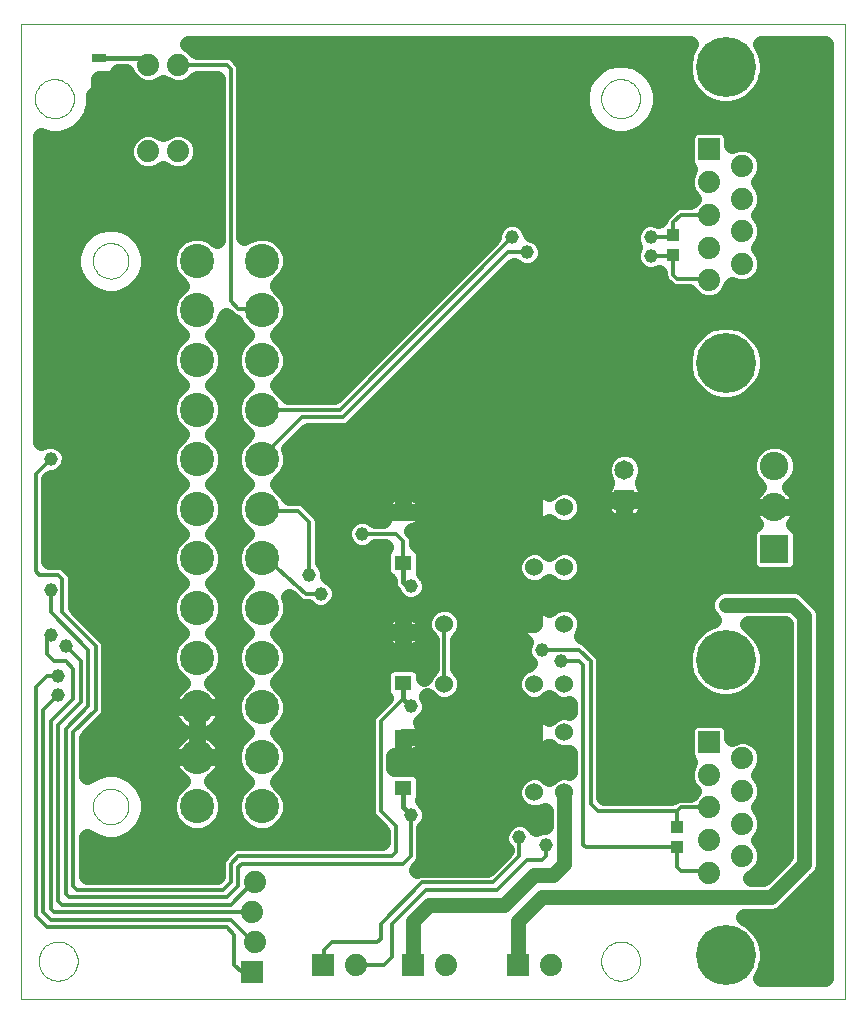
<source format=gtl>
G75*
%MOIN*%
%OFA0B0*%
%FSLAX24Y24*%
%IPPOS*%
%LPD*%
%AMOC8*
5,1,8,0,0,1.08239X$1,22.5*
%
%ADD10C,0.0000*%
%ADD11R,0.0740X0.0740*%
%ADD12C,0.0740*%
%ADD13C,0.2000*%
%ADD14R,0.0394X0.0433*%
%ADD15C,0.0600*%
%ADD16R,0.0579X0.0500*%
%ADD17R,0.0950X0.0950*%
%ADD18C,0.0950*%
%ADD19C,0.1142*%
%ADD20R,0.0472X0.0315*%
%ADD21C,0.0650*%
%ADD22R,0.0650X0.0650*%
%ADD23C,0.0120*%
%ADD24C,0.0460*%
%ADD25C,0.0160*%
%ADD26C,0.0560*%
%ADD27C,0.0500*%
D10*
X000800Y000130D02*
X000800Y032626D01*
X028295Y032626D01*
X028295Y000130D01*
X000800Y000130D01*
X001400Y001380D02*
X001402Y001430D01*
X001408Y001480D01*
X001418Y001530D01*
X001431Y001578D01*
X001448Y001626D01*
X001469Y001672D01*
X001493Y001716D01*
X001521Y001758D01*
X001552Y001798D01*
X001586Y001835D01*
X001623Y001870D01*
X001662Y001901D01*
X001703Y001930D01*
X001747Y001955D01*
X001793Y001977D01*
X001840Y001995D01*
X001888Y002009D01*
X001937Y002020D01*
X001987Y002027D01*
X002037Y002030D01*
X002088Y002029D01*
X002138Y002024D01*
X002188Y002015D01*
X002236Y002003D01*
X002284Y001986D01*
X002330Y001966D01*
X002375Y001943D01*
X002418Y001916D01*
X002458Y001886D01*
X002496Y001853D01*
X002531Y001817D01*
X002564Y001778D01*
X002593Y001737D01*
X002619Y001694D01*
X002642Y001649D01*
X002661Y001602D01*
X002676Y001554D01*
X002688Y001505D01*
X002696Y001455D01*
X002700Y001405D01*
X002700Y001355D01*
X002696Y001305D01*
X002688Y001255D01*
X002676Y001206D01*
X002661Y001158D01*
X002642Y001111D01*
X002619Y001066D01*
X002593Y001023D01*
X002564Y000982D01*
X002531Y000943D01*
X002496Y000907D01*
X002458Y000874D01*
X002418Y000844D01*
X002375Y000817D01*
X002330Y000794D01*
X002284Y000774D01*
X002236Y000757D01*
X002188Y000745D01*
X002138Y000736D01*
X002088Y000731D01*
X002037Y000730D01*
X001987Y000733D01*
X001937Y000740D01*
X001888Y000751D01*
X001840Y000765D01*
X001793Y000783D01*
X001747Y000805D01*
X001703Y000830D01*
X001662Y000859D01*
X001623Y000890D01*
X001586Y000925D01*
X001552Y000962D01*
X001521Y001002D01*
X001493Y001044D01*
X001469Y001088D01*
X001448Y001134D01*
X001431Y001182D01*
X001418Y001230D01*
X001408Y001280D01*
X001402Y001330D01*
X001400Y001380D01*
X003209Y006536D02*
X003211Y006584D01*
X003217Y006632D01*
X003227Y006679D01*
X003240Y006725D01*
X003258Y006770D01*
X003278Y006814D01*
X003303Y006856D01*
X003331Y006895D01*
X003361Y006932D01*
X003395Y006966D01*
X003432Y006998D01*
X003470Y007027D01*
X003511Y007052D01*
X003554Y007074D01*
X003599Y007092D01*
X003645Y007106D01*
X003692Y007117D01*
X003740Y007124D01*
X003788Y007127D01*
X003836Y007126D01*
X003884Y007121D01*
X003932Y007112D01*
X003978Y007100D01*
X004023Y007083D01*
X004067Y007063D01*
X004109Y007040D01*
X004149Y007013D01*
X004187Y006983D01*
X004222Y006950D01*
X004254Y006914D01*
X004284Y006876D01*
X004310Y006835D01*
X004332Y006792D01*
X004352Y006748D01*
X004367Y006703D01*
X004379Y006656D01*
X004387Y006608D01*
X004391Y006560D01*
X004391Y006512D01*
X004387Y006464D01*
X004379Y006416D01*
X004367Y006369D01*
X004352Y006324D01*
X004332Y006280D01*
X004310Y006237D01*
X004284Y006196D01*
X004254Y006158D01*
X004222Y006122D01*
X004187Y006089D01*
X004149Y006059D01*
X004109Y006032D01*
X004067Y006009D01*
X004023Y005989D01*
X003978Y005972D01*
X003932Y005960D01*
X003884Y005951D01*
X003836Y005946D01*
X003788Y005945D01*
X003740Y005948D01*
X003692Y005955D01*
X003645Y005966D01*
X003599Y005980D01*
X003554Y005998D01*
X003511Y006020D01*
X003470Y006045D01*
X003432Y006074D01*
X003395Y006106D01*
X003361Y006140D01*
X003331Y006177D01*
X003303Y006216D01*
X003278Y006258D01*
X003258Y006302D01*
X003240Y006347D01*
X003227Y006393D01*
X003217Y006440D01*
X003211Y006488D01*
X003209Y006536D01*
X003209Y024724D02*
X003211Y024772D01*
X003217Y024820D01*
X003227Y024867D01*
X003240Y024913D01*
X003258Y024958D01*
X003278Y025002D01*
X003303Y025044D01*
X003331Y025083D01*
X003361Y025120D01*
X003395Y025154D01*
X003432Y025186D01*
X003470Y025215D01*
X003511Y025240D01*
X003554Y025262D01*
X003599Y025280D01*
X003645Y025294D01*
X003692Y025305D01*
X003740Y025312D01*
X003788Y025315D01*
X003836Y025314D01*
X003884Y025309D01*
X003932Y025300D01*
X003978Y025288D01*
X004023Y025271D01*
X004067Y025251D01*
X004109Y025228D01*
X004149Y025201D01*
X004187Y025171D01*
X004222Y025138D01*
X004254Y025102D01*
X004284Y025064D01*
X004310Y025023D01*
X004332Y024980D01*
X004352Y024936D01*
X004367Y024891D01*
X004379Y024844D01*
X004387Y024796D01*
X004391Y024748D01*
X004391Y024700D01*
X004387Y024652D01*
X004379Y024604D01*
X004367Y024557D01*
X004352Y024512D01*
X004332Y024468D01*
X004310Y024425D01*
X004284Y024384D01*
X004254Y024346D01*
X004222Y024310D01*
X004187Y024277D01*
X004149Y024247D01*
X004109Y024220D01*
X004067Y024197D01*
X004023Y024177D01*
X003978Y024160D01*
X003932Y024148D01*
X003884Y024139D01*
X003836Y024134D01*
X003788Y024133D01*
X003740Y024136D01*
X003692Y024143D01*
X003645Y024154D01*
X003599Y024168D01*
X003554Y024186D01*
X003511Y024208D01*
X003470Y024233D01*
X003432Y024262D01*
X003395Y024294D01*
X003361Y024328D01*
X003331Y024365D01*
X003303Y024404D01*
X003278Y024446D01*
X003258Y024490D01*
X003240Y024535D01*
X003227Y024581D01*
X003217Y024628D01*
X003211Y024676D01*
X003209Y024724D01*
X001275Y030130D02*
X001277Y030180D01*
X001283Y030230D01*
X001293Y030280D01*
X001306Y030328D01*
X001323Y030376D01*
X001344Y030422D01*
X001368Y030466D01*
X001396Y030508D01*
X001427Y030548D01*
X001461Y030585D01*
X001498Y030620D01*
X001537Y030651D01*
X001578Y030680D01*
X001622Y030705D01*
X001668Y030727D01*
X001715Y030745D01*
X001763Y030759D01*
X001812Y030770D01*
X001862Y030777D01*
X001912Y030780D01*
X001963Y030779D01*
X002013Y030774D01*
X002063Y030765D01*
X002111Y030753D01*
X002159Y030736D01*
X002205Y030716D01*
X002250Y030693D01*
X002293Y030666D01*
X002333Y030636D01*
X002371Y030603D01*
X002406Y030567D01*
X002439Y030528D01*
X002468Y030487D01*
X002494Y030444D01*
X002517Y030399D01*
X002536Y030352D01*
X002551Y030304D01*
X002563Y030255D01*
X002571Y030205D01*
X002575Y030155D01*
X002575Y030105D01*
X002571Y030055D01*
X002563Y030005D01*
X002551Y029956D01*
X002536Y029908D01*
X002517Y029861D01*
X002494Y029816D01*
X002468Y029773D01*
X002439Y029732D01*
X002406Y029693D01*
X002371Y029657D01*
X002333Y029624D01*
X002293Y029594D01*
X002250Y029567D01*
X002205Y029544D01*
X002159Y029524D01*
X002111Y029507D01*
X002063Y029495D01*
X002013Y029486D01*
X001963Y029481D01*
X001912Y029480D01*
X001862Y029483D01*
X001812Y029490D01*
X001763Y029501D01*
X001715Y029515D01*
X001668Y029533D01*
X001622Y029555D01*
X001578Y029580D01*
X001537Y029609D01*
X001498Y029640D01*
X001461Y029675D01*
X001427Y029712D01*
X001396Y029752D01*
X001368Y029794D01*
X001344Y029838D01*
X001323Y029884D01*
X001306Y029932D01*
X001293Y029980D01*
X001283Y030030D01*
X001277Y030080D01*
X001275Y030130D01*
X020150Y030130D02*
X020152Y030180D01*
X020158Y030230D01*
X020168Y030280D01*
X020181Y030328D01*
X020198Y030376D01*
X020219Y030422D01*
X020243Y030466D01*
X020271Y030508D01*
X020302Y030548D01*
X020336Y030585D01*
X020373Y030620D01*
X020412Y030651D01*
X020453Y030680D01*
X020497Y030705D01*
X020543Y030727D01*
X020590Y030745D01*
X020638Y030759D01*
X020687Y030770D01*
X020737Y030777D01*
X020787Y030780D01*
X020838Y030779D01*
X020888Y030774D01*
X020938Y030765D01*
X020986Y030753D01*
X021034Y030736D01*
X021080Y030716D01*
X021125Y030693D01*
X021168Y030666D01*
X021208Y030636D01*
X021246Y030603D01*
X021281Y030567D01*
X021314Y030528D01*
X021343Y030487D01*
X021369Y030444D01*
X021392Y030399D01*
X021411Y030352D01*
X021426Y030304D01*
X021438Y030255D01*
X021446Y030205D01*
X021450Y030155D01*
X021450Y030105D01*
X021446Y030055D01*
X021438Y030005D01*
X021426Y029956D01*
X021411Y029908D01*
X021392Y029861D01*
X021369Y029816D01*
X021343Y029773D01*
X021314Y029732D01*
X021281Y029693D01*
X021246Y029657D01*
X021208Y029624D01*
X021168Y029594D01*
X021125Y029567D01*
X021080Y029544D01*
X021034Y029524D01*
X020986Y029507D01*
X020938Y029495D01*
X020888Y029486D01*
X020838Y029481D01*
X020787Y029480D01*
X020737Y029483D01*
X020687Y029490D01*
X020638Y029501D01*
X020590Y029515D01*
X020543Y029533D01*
X020497Y029555D01*
X020453Y029580D01*
X020412Y029609D01*
X020373Y029640D01*
X020336Y029675D01*
X020302Y029712D01*
X020271Y029752D01*
X020243Y029794D01*
X020219Y029838D01*
X020198Y029884D01*
X020181Y029932D01*
X020168Y029980D01*
X020158Y030030D01*
X020152Y030080D01*
X020150Y030130D01*
X020150Y001380D02*
X020152Y001430D01*
X020158Y001480D01*
X020168Y001530D01*
X020181Y001578D01*
X020198Y001626D01*
X020219Y001672D01*
X020243Y001716D01*
X020271Y001758D01*
X020302Y001798D01*
X020336Y001835D01*
X020373Y001870D01*
X020412Y001901D01*
X020453Y001930D01*
X020497Y001955D01*
X020543Y001977D01*
X020590Y001995D01*
X020638Y002009D01*
X020687Y002020D01*
X020737Y002027D01*
X020787Y002030D01*
X020838Y002029D01*
X020888Y002024D01*
X020938Y002015D01*
X020986Y002003D01*
X021034Y001986D01*
X021080Y001966D01*
X021125Y001943D01*
X021168Y001916D01*
X021208Y001886D01*
X021246Y001853D01*
X021281Y001817D01*
X021314Y001778D01*
X021343Y001737D01*
X021369Y001694D01*
X021392Y001649D01*
X021411Y001602D01*
X021426Y001554D01*
X021438Y001505D01*
X021446Y001455D01*
X021450Y001405D01*
X021450Y001355D01*
X021446Y001305D01*
X021438Y001255D01*
X021426Y001206D01*
X021411Y001158D01*
X021392Y001111D01*
X021369Y001066D01*
X021343Y001023D01*
X021314Y000982D01*
X021281Y000943D01*
X021246Y000907D01*
X021208Y000874D01*
X021168Y000844D01*
X021125Y000817D01*
X021080Y000794D01*
X021034Y000774D01*
X020986Y000757D01*
X020938Y000745D01*
X020888Y000736D01*
X020838Y000731D01*
X020787Y000730D01*
X020737Y000733D01*
X020687Y000740D01*
X020638Y000751D01*
X020590Y000765D01*
X020543Y000783D01*
X020497Y000805D01*
X020453Y000830D01*
X020412Y000859D01*
X020373Y000890D01*
X020336Y000925D01*
X020302Y000962D01*
X020271Y001002D01*
X020243Y001044D01*
X020219Y001088D01*
X020198Y001134D01*
X020181Y001182D01*
X020168Y001230D01*
X020158Y001280D01*
X020152Y001330D01*
X020150Y001380D01*
D11*
X017375Y001255D03*
X013875Y001255D03*
X010875Y001255D03*
X008500Y001005D03*
X023741Y008686D03*
X023741Y028436D03*
D12*
X023741Y027346D03*
X023741Y026255D03*
X023741Y025164D03*
X023741Y024074D03*
X024859Y024621D03*
X024859Y025712D03*
X024859Y026798D03*
X024859Y027889D03*
X024859Y008139D03*
X024859Y007048D03*
X024859Y005962D03*
X024859Y004871D03*
X023741Y005414D03*
X023741Y004324D03*
X023741Y006505D03*
X023741Y007596D03*
X018475Y001255D03*
X014975Y001255D03*
X011975Y001255D03*
X008600Y002005D03*
X008500Y003005D03*
X008600Y004005D03*
X006050Y028380D03*
X005050Y028380D03*
X005050Y031255D03*
X006050Y031255D03*
D13*
X024300Y031176D03*
X024300Y021334D03*
X024300Y011426D03*
X024300Y001584D03*
D14*
X022675Y005170D03*
X022675Y005840D03*
X022550Y024920D03*
X022550Y025590D03*
D15*
X018925Y016505D03*
X017925Y016505D03*
X017925Y014505D03*
X018925Y014505D03*
X018925Y012630D03*
X017925Y012630D03*
X017925Y010630D03*
X018925Y010630D03*
X018925Y009005D03*
X017925Y009005D03*
X017925Y007005D03*
X018925Y007005D03*
X014925Y007005D03*
X014925Y009005D03*
X014925Y010630D03*
X014925Y012630D03*
X014925Y014505D03*
X014925Y016505D03*
D16*
X013550Y016351D03*
X013550Y014659D03*
X013550Y012351D03*
X013550Y010659D03*
X013550Y008851D03*
X013550Y007159D03*
D17*
X025925Y015130D03*
D18*
X025925Y016508D03*
X025925Y017886D03*
D19*
X008839Y018110D03*
X008839Y016457D03*
X008839Y014803D03*
X008839Y013150D03*
X008839Y011496D03*
X008839Y009843D03*
X008839Y008189D03*
X008839Y006536D03*
X006674Y006536D03*
X006674Y008189D03*
X006674Y009843D03*
X006674Y011496D03*
X006674Y013150D03*
X006674Y014803D03*
X006674Y016457D03*
X006674Y018110D03*
X006674Y019764D03*
X006674Y021417D03*
X006674Y023071D03*
X006674Y024724D03*
X008839Y024724D03*
X008839Y023071D03*
X008839Y021417D03*
X008839Y019764D03*
D20*
X003425Y030776D03*
X003425Y031484D03*
D21*
X020925Y017755D03*
D22*
X020925Y016755D03*
D23*
X019425Y011755D02*
X018175Y011755D01*
X018800Y011380D02*
X019425Y011380D01*
X019550Y011255D01*
X019550Y005255D01*
X019635Y005170D01*
X022675Y005170D01*
X022675Y004505D01*
X022800Y004380D01*
X023685Y004380D01*
X023741Y004324D01*
X022675Y005840D02*
X022675Y006380D01*
X020050Y006380D01*
X019800Y006630D01*
X019800Y011380D01*
X019425Y011755D01*
X014925Y012630D02*
X014925Y010630D01*
X013550Y010130D02*
X012800Y009380D01*
X012800Y006380D01*
X013300Y005880D01*
X013300Y005005D01*
X013175Y004880D01*
X008050Y004880D01*
X007800Y004630D01*
X007800Y004005D01*
X007550Y003755D01*
X002675Y003755D01*
X002550Y003880D01*
X002550Y009005D01*
X003300Y009755D01*
X003300Y011880D01*
X002175Y013005D01*
X002175Y014130D01*
X002050Y014255D01*
X001425Y014255D01*
X001300Y014380D01*
X001300Y017630D01*
X001800Y018130D01*
X001800Y013755D02*
X001800Y013005D01*
X003050Y011755D01*
X003050Y009880D01*
X002300Y009130D01*
X002300Y003630D01*
X002425Y003505D01*
X007675Y003505D01*
X008050Y003880D01*
X008050Y004505D01*
X008175Y004630D01*
X013550Y004630D01*
X013800Y004880D01*
X013800Y006255D01*
X014175Y004005D02*
X012800Y002630D01*
X012800Y002130D01*
X012675Y002005D01*
X011175Y002005D01*
X010925Y001755D01*
X010925Y001305D01*
X010875Y001255D01*
X011975Y001255D02*
X012925Y001255D01*
X013175Y001505D01*
X013175Y002630D01*
X014300Y003755D01*
X016675Y003755D01*
X017675Y004755D01*
X018175Y004755D01*
X018300Y004880D01*
X018300Y005255D01*
X017425Y005505D02*
X017425Y004880D01*
X016550Y004005D01*
X014175Y004005D01*
X008600Y004005D02*
X008550Y004005D01*
X007800Y003255D01*
X002175Y003255D01*
X002050Y003380D01*
X002050Y009255D01*
X002800Y010005D01*
X002800Y011380D01*
X002300Y011880D01*
X002300Y011380D02*
X001925Y011380D01*
X001675Y011630D01*
X001675Y012130D01*
X001800Y012255D01*
X002300Y011380D02*
X002550Y011130D01*
X002550Y010130D01*
X001800Y009380D01*
X001800Y003130D01*
X001925Y003005D01*
X008500Y003005D01*
X007800Y002755D02*
X003175Y002755D01*
X003050Y002755D01*
X001800Y002755D01*
X001550Y003005D01*
X001550Y009755D01*
X002050Y010255D01*
X002050Y010880D02*
X001675Y010880D01*
X001300Y010505D01*
X001300Y002880D01*
X001675Y002505D01*
X007675Y002505D01*
X007925Y002255D01*
X007925Y001255D01*
X008175Y001005D01*
X008500Y001005D01*
X008550Y002005D02*
X007800Y002755D01*
X008550Y002005D02*
X008600Y002005D01*
X010300Y013630D02*
X009050Y014755D01*
X008888Y014755D01*
X008839Y014803D01*
X008916Y016380D02*
X008839Y016457D01*
X008916Y016380D02*
X010050Y016380D01*
X010425Y016005D01*
X010425Y014255D01*
X010300Y013630D02*
X010800Y013630D01*
X012175Y015630D02*
X013300Y015630D01*
X013550Y015380D01*
X013550Y014659D01*
X011550Y019505D02*
X010175Y019505D01*
X008839Y018169D01*
X008839Y018110D01*
X008839Y019764D02*
X011434Y019764D01*
X017175Y025505D01*
X017050Y025005D02*
X017675Y025005D01*
X017050Y025005D02*
X011550Y019505D01*
X008839Y023071D02*
X008780Y023130D01*
X008050Y023130D01*
X007800Y023380D01*
X007800Y031130D01*
X007675Y031255D01*
X006050Y031255D01*
X005050Y031255D02*
X004840Y031465D01*
X021800Y025505D02*
X022465Y025505D01*
X022550Y025590D01*
X022550Y026005D01*
X022800Y026255D01*
X023741Y026255D01*
X022550Y024920D02*
X022510Y024880D01*
X021800Y024880D01*
X022550Y024920D02*
X022550Y024255D01*
X022675Y024130D01*
X023685Y024130D01*
X023741Y024074D01*
X023741Y006505D02*
X022800Y006505D01*
X022675Y006380D01*
D24*
X018300Y005255D03*
X017425Y005505D03*
X013800Y006255D03*
X013800Y009880D03*
X010800Y013630D03*
X010425Y014255D03*
X012175Y015630D03*
X013800Y013880D03*
X018175Y011755D03*
X018800Y011380D03*
X024300Y013255D03*
X021800Y024880D03*
X021800Y025505D03*
X017675Y025005D03*
X017175Y025505D03*
X002300Y011880D03*
X001800Y012255D03*
X002050Y010880D03*
X002050Y010255D03*
X001800Y013755D03*
X001800Y018130D03*
D25*
X013550Y014659D02*
X013550Y014005D01*
X013675Y013880D01*
X013800Y013880D01*
X013550Y010659D02*
X013550Y010130D01*
X013800Y009880D01*
X013550Y007159D02*
X013550Y006505D01*
X013800Y006255D01*
X005050Y031255D02*
X004821Y031484D01*
X003425Y031484D01*
D26*
X004035Y031004D02*
X004320Y031004D01*
X004397Y030819D01*
X004614Y030602D01*
X004897Y030485D01*
X005203Y030485D01*
X005486Y030602D01*
X005550Y030666D01*
X005614Y030602D01*
X005897Y030485D01*
X006203Y030485D01*
X006486Y030602D01*
X006679Y030795D01*
X007340Y030795D01*
X007340Y025432D01*
X007224Y025548D01*
X006867Y025695D01*
X006481Y025695D01*
X006124Y025548D01*
X005851Y025274D01*
X005703Y024918D01*
X005703Y024531D01*
X005851Y024175D01*
X006124Y023901D01*
X006133Y023898D01*
X006124Y023894D01*
X005851Y023621D01*
X005703Y023264D01*
X005703Y022878D01*
X005851Y022521D01*
X006124Y022248D01*
X006133Y022244D01*
X006124Y022240D01*
X005851Y021967D01*
X005703Y021611D01*
X005703Y021224D01*
X005851Y020867D01*
X006124Y020594D01*
X006133Y020591D01*
X006124Y020587D01*
X005851Y020314D01*
X005703Y019957D01*
X005703Y019571D01*
X005851Y019214D01*
X006124Y018941D01*
X006133Y018937D01*
X006124Y018933D01*
X005851Y018660D01*
X005703Y018303D01*
X005703Y017917D01*
X005851Y017560D01*
X006124Y017287D01*
X006133Y017284D01*
X006124Y017280D01*
X005851Y017007D01*
X005703Y016650D01*
X005703Y016264D01*
X005851Y015907D01*
X006124Y015634D01*
X006133Y015630D01*
X006124Y015626D01*
X005851Y015353D01*
X005703Y014996D01*
X005703Y014610D01*
X005851Y014253D01*
X006124Y013980D01*
X006133Y013976D01*
X006124Y013973D01*
X005851Y013700D01*
X005703Y013343D01*
X005703Y012957D01*
X005851Y012600D01*
X006124Y012327D01*
X006133Y012323D01*
X006124Y012319D01*
X005851Y012046D01*
X005703Y011689D01*
X005703Y011303D01*
X005851Y010946D01*
X006124Y010673D01*
X006175Y010652D01*
X006123Y010619D01*
X006039Y010553D01*
X005964Y010477D01*
X005897Y010394D01*
X005840Y010303D01*
X005794Y010207D01*
X005759Y010106D01*
X005735Y010002D01*
X005723Y009896D01*
X005723Y009843D01*
X006674Y009843D01*
X007625Y009843D01*
X007625Y009896D01*
X007613Y010002D01*
X007589Y010106D01*
X007554Y010207D01*
X007508Y010303D01*
X007451Y010394D01*
X007384Y010477D01*
X007309Y010553D01*
X007225Y010619D01*
X007173Y010652D01*
X007224Y010673D01*
X007497Y010946D01*
X007645Y011303D01*
X007645Y011689D01*
X007497Y012046D01*
X007224Y012319D01*
X007215Y012323D01*
X007224Y012327D01*
X007497Y012600D01*
X007645Y012957D01*
X007645Y013343D01*
X007497Y013700D01*
X007224Y013973D01*
X007215Y013976D01*
X007224Y013980D01*
X007497Y014253D01*
X007645Y014610D01*
X007645Y014996D01*
X007497Y015353D01*
X007224Y015626D01*
X007215Y015630D01*
X007224Y015634D01*
X007497Y015907D01*
X007645Y016264D01*
X007645Y016650D01*
X007497Y017007D01*
X007224Y017280D01*
X007215Y017284D01*
X007224Y017287D01*
X007497Y017560D01*
X007645Y017917D01*
X007645Y018303D01*
X007497Y018660D01*
X007224Y018933D01*
X007215Y018937D01*
X007224Y018941D01*
X007497Y019214D01*
X007645Y019571D01*
X007645Y019957D01*
X007497Y020314D01*
X007224Y020587D01*
X007215Y020591D01*
X007224Y020594D01*
X007497Y020867D01*
X007645Y021224D01*
X007645Y021611D01*
X007497Y021967D01*
X007224Y022240D01*
X007215Y022244D01*
X007224Y022248D01*
X007497Y022521D01*
X007645Y022878D01*
X007645Y022885D01*
X007789Y022740D01*
X007954Y022672D01*
X008016Y022521D01*
X008289Y022248D01*
X008298Y022244D01*
X008289Y022240D01*
X008016Y021967D01*
X007869Y021611D01*
X007869Y021224D01*
X008016Y020867D01*
X008289Y020594D01*
X008298Y020591D01*
X008289Y020587D01*
X008016Y020314D01*
X007869Y019957D01*
X007869Y019571D01*
X008016Y019214D01*
X008289Y018941D01*
X008298Y018937D01*
X008289Y018933D01*
X008016Y018660D01*
X007869Y018303D01*
X007869Y017917D01*
X008016Y017560D01*
X008289Y017287D01*
X008298Y017284D01*
X008289Y017280D01*
X008016Y017007D01*
X007869Y016650D01*
X007869Y016264D01*
X008016Y015907D01*
X008289Y015634D01*
X008298Y015630D01*
X008289Y015626D01*
X008016Y015353D01*
X007869Y014996D01*
X007869Y014610D01*
X008016Y014253D01*
X008289Y013980D01*
X008298Y013976D01*
X008289Y013973D01*
X008016Y013700D01*
X007869Y013343D01*
X007869Y012957D01*
X008016Y012600D01*
X008289Y012327D01*
X008298Y012323D01*
X008289Y012319D01*
X008016Y012046D01*
X007869Y011689D01*
X007869Y011303D01*
X008016Y010946D01*
X008289Y010673D01*
X008298Y010669D01*
X008289Y010666D01*
X008016Y010393D01*
X007869Y010036D01*
X007869Y009649D01*
X008016Y009293D01*
X008289Y009020D01*
X008298Y009016D01*
X008289Y009012D01*
X008016Y008739D01*
X007869Y008382D01*
X007869Y007996D01*
X008016Y007639D01*
X008289Y007366D01*
X008298Y007362D01*
X008289Y007359D01*
X008016Y007085D01*
X007869Y006729D01*
X007869Y006342D01*
X008016Y005986D01*
X008289Y005712D01*
X008646Y005565D01*
X009032Y005565D01*
X009389Y005712D01*
X009662Y005986D01*
X009810Y006342D01*
X009810Y006729D01*
X009662Y007085D01*
X009389Y007359D01*
X009380Y007362D01*
X009389Y007366D01*
X009662Y007639D01*
X009810Y007996D01*
X009810Y008382D01*
X009662Y008739D01*
X009389Y009012D01*
X009380Y009016D01*
X009389Y009020D01*
X009662Y009293D01*
X009810Y009649D01*
X009810Y010036D01*
X009662Y010393D01*
X009389Y010666D01*
X009380Y010669D01*
X009389Y010673D01*
X009662Y010946D01*
X009810Y011303D01*
X009810Y011689D01*
X009662Y012046D01*
X009389Y012319D01*
X009380Y012323D01*
X009389Y012327D01*
X009662Y012600D01*
X009810Y012957D01*
X009810Y013343D01*
X009738Y013517D01*
X009983Y013296D01*
X010039Y013240D01*
X010051Y013235D01*
X010060Y013227D01*
X010135Y013200D01*
X010208Y013170D01*
X010221Y013170D01*
X010233Y013166D01*
X010312Y013170D01*
X010369Y013170D01*
X010443Y013096D01*
X010675Y013000D01*
X010925Y013000D01*
X011157Y013096D01*
X011334Y013273D01*
X011430Y013505D01*
X011430Y013755D01*
X011334Y013987D01*
X011157Y014164D01*
X011055Y014206D01*
X011055Y014380D01*
X010959Y014612D01*
X010885Y014686D01*
X010885Y016096D01*
X010815Y016266D01*
X010440Y016641D01*
X010311Y016770D01*
X010141Y016840D01*
X009731Y016840D01*
X009662Y017007D01*
X009389Y017280D01*
X009380Y017284D01*
X009389Y017287D01*
X009662Y017560D01*
X009810Y017917D01*
X009810Y018303D01*
X009756Y018435D01*
X010366Y019045D01*
X011641Y019045D01*
X011811Y019115D01*
X017241Y024545D01*
X017244Y024545D01*
X017318Y024471D01*
X017550Y024375D01*
X017800Y024375D01*
X018032Y024471D01*
X018209Y024648D01*
X018305Y024880D01*
X018305Y025130D01*
X018209Y025362D01*
X018032Y025539D01*
X017804Y025634D01*
X017709Y025862D01*
X017532Y026039D01*
X017300Y026135D01*
X017050Y026135D01*
X016818Y026039D01*
X016641Y025862D01*
X016545Y025630D01*
X016545Y025526D01*
X011243Y020224D01*
X009700Y020224D01*
X009662Y020314D01*
X009389Y020587D01*
X009380Y020591D01*
X009389Y020594D01*
X009662Y020867D01*
X009810Y021224D01*
X009810Y021611D01*
X009662Y021967D01*
X009389Y022240D01*
X009380Y022244D01*
X009389Y022248D01*
X009662Y022521D01*
X009810Y022878D01*
X009810Y023264D01*
X009662Y023621D01*
X009389Y023894D01*
X009380Y023898D01*
X009389Y023901D01*
X009662Y024175D01*
X009810Y024531D01*
X009810Y024918D01*
X009662Y025274D01*
X009389Y025548D01*
X009032Y025695D01*
X008646Y025695D01*
X008289Y025548D01*
X008260Y025518D01*
X008260Y031221D01*
X008190Y031391D01*
X008061Y031520D01*
X007936Y031645D01*
X007766Y031715D01*
X006679Y031715D01*
X006486Y031908D01*
X006394Y031946D01*
X023128Y031946D01*
X022995Y031717D01*
X022900Y031361D01*
X022900Y030992D01*
X022995Y030636D01*
X023180Y030317D01*
X023440Y030056D01*
X023760Y029872D01*
X024116Y029776D01*
X024484Y029776D01*
X024840Y029872D01*
X025160Y030056D01*
X025420Y030317D01*
X025605Y030636D01*
X025700Y030992D01*
X025700Y031361D01*
X025605Y031717D01*
X025472Y031946D01*
X027615Y031946D01*
X027615Y000810D01*
X025470Y000810D01*
X025605Y001043D01*
X025700Y001399D01*
X025700Y001768D01*
X025605Y002124D01*
X025420Y002443D01*
X025160Y002704D01*
X024898Y002855D01*
X025929Y002855D01*
X026168Y002954D01*
X027293Y004079D01*
X027476Y004262D01*
X027575Y004501D01*
X027575Y013009D01*
X027476Y013248D01*
X027101Y013623D01*
X026918Y013806D01*
X026679Y013905D01*
X024171Y013905D01*
X023932Y013806D01*
X023749Y013623D01*
X023650Y013384D01*
X023650Y013126D01*
X023749Y012887D01*
X023874Y012762D01*
X023760Y012731D01*
X023440Y012547D01*
X023180Y012286D01*
X022995Y011967D01*
X022900Y011611D01*
X022900Y011242D01*
X022995Y010886D01*
X023180Y010567D01*
X023440Y010306D01*
X023760Y010122D01*
X024116Y010026D01*
X024484Y010026D01*
X024840Y010122D01*
X025160Y010306D01*
X025420Y010567D01*
X025605Y010886D01*
X025700Y011242D01*
X025700Y011611D01*
X025605Y011967D01*
X025420Y012286D01*
X025160Y012547D01*
X025058Y012605D01*
X026275Y012605D01*
X026275Y004899D01*
X025531Y004155D01*
X025142Y004155D01*
X025295Y004218D01*
X025512Y004435D01*
X025629Y004718D01*
X025629Y005024D01*
X025512Y005307D01*
X025403Y005416D01*
X025512Y005526D01*
X025629Y005809D01*
X025629Y006115D01*
X025512Y006398D01*
X025405Y006505D01*
X025512Y006612D01*
X025629Y006895D01*
X025629Y007201D01*
X025512Y007484D01*
X025403Y007594D01*
X025512Y007703D01*
X025629Y007986D01*
X025629Y008292D01*
X025512Y008575D01*
X025295Y008792D01*
X025012Y008909D01*
X024706Y008909D01*
X024511Y008828D01*
X024511Y009136D01*
X024450Y009283D01*
X024338Y009395D01*
X024191Y009456D01*
X023291Y009456D01*
X023144Y009395D01*
X023032Y009283D01*
X022971Y009136D01*
X022971Y008237D01*
X023032Y008090D01*
X023089Y008032D01*
X023088Y008032D01*
X022971Y007749D01*
X022971Y007442D01*
X023088Y007159D01*
X023197Y007050D01*
X023112Y006965D01*
X022708Y006965D01*
X022539Y006895D01*
X022484Y006840D01*
X020260Y006840D01*
X020260Y011471D01*
X020190Y011641D01*
X019815Y012016D01*
X019686Y012145D01*
X019516Y012215D01*
X019500Y012215D01*
X019518Y012233D01*
X019625Y012491D01*
X019625Y012769D01*
X019518Y013027D01*
X019322Y013223D01*
X019064Y013330D01*
X018786Y013330D01*
X018528Y013223D01*
X018411Y013106D01*
X018374Y013142D01*
X018304Y013197D01*
X018226Y013241D01*
X018144Y013275D01*
X018058Y013298D01*
X017970Y013310D01*
X017925Y013310D01*
X017925Y012630D01*
X017925Y012630D01*
X017925Y012630D01*
X017245Y012630D01*
X017245Y012675D01*
X017257Y012763D01*
X017280Y012849D01*
X017314Y012931D01*
X017358Y013009D01*
X017413Y013079D01*
X017476Y013142D01*
X017546Y013197D01*
X017624Y013241D01*
X017706Y013275D01*
X017792Y013298D01*
X017880Y013310D01*
X017925Y013310D01*
X017925Y012630D01*
X017245Y012630D01*
X017245Y012585D01*
X017257Y012497D01*
X017280Y012411D01*
X017314Y012329D01*
X017358Y012251D01*
X017413Y012181D01*
X017476Y012118D01*
X017546Y012063D01*
X017606Y012029D01*
X017545Y011880D01*
X017545Y011630D01*
X017641Y011398D01*
X017732Y011308D01*
X017528Y011223D01*
X017332Y011027D01*
X017225Y010769D01*
X017225Y010491D01*
X017332Y010233D01*
X017528Y010037D01*
X017786Y009930D01*
X018064Y009930D01*
X018322Y010037D01*
X018425Y010140D01*
X018528Y010037D01*
X018786Y009930D01*
X019064Y009930D01*
X019090Y009941D01*
X019090Y009694D01*
X019064Y009705D01*
X018786Y009705D01*
X018528Y009598D01*
X018411Y009481D01*
X018374Y009517D01*
X018304Y009572D01*
X018226Y009616D01*
X018144Y009650D01*
X018058Y009673D01*
X017970Y009685D01*
X017925Y009685D01*
X017925Y009005D01*
X017925Y009005D01*
X017925Y008325D01*
X017970Y008325D01*
X018058Y008337D01*
X018144Y008360D01*
X018226Y008394D01*
X018304Y008438D01*
X018374Y008493D01*
X018411Y008529D01*
X018528Y008412D01*
X018786Y008305D01*
X019064Y008305D01*
X019090Y008316D01*
X019090Y007694D01*
X019064Y007705D01*
X018786Y007705D01*
X018528Y007598D01*
X018425Y007495D01*
X018322Y007598D01*
X018064Y007705D01*
X017786Y007705D01*
X017528Y007598D01*
X017332Y007402D01*
X017225Y007144D01*
X017225Y006866D01*
X017332Y006608D01*
X017528Y006412D01*
X017786Y006305D01*
X018064Y006305D01*
X018275Y006392D01*
X018275Y005885D01*
X018175Y005885D01*
X017982Y005805D01*
X017959Y005862D01*
X017782Y006039D01*
X017550Y006135D01*
X017300Y006135D01*
X017068Y006039D01*
X016891Y005862D01*
X016795Y005630D01*
X016795Y005380D01*
X016891Y005148D01*
X016965Y005074D01*
X016965Y005071D01*
X016359Y004465D01*
X014083Y004465D01*
X014002Y004431D01*
X014190Y004619D01*
X014260Y004788D01*
X014260Y005824D01*
X014334Y005898D01*
X014430Y006130D01*
X014430Y006380D01*
X014334Y006612D01*
X014204Y006742D01*
X014239Y006829D01*
X014239Y007488D01*
X014178Y007635D01*
X014066Y007748D01*
X013919Y007809D01*
X013260Y007809D01*
X013260Y008221D01*
X013550Y008221D01*
X013877Y008221D01*
X013950Y008236D01*
X014019Y008265D01*
X014082Y008306D01*
X014135Y008359D01*
X014176Y008421D01*
X014205Y008491D01*
X014219Y008564D01*
X014219Y008851D01*
X013550Y008851D01*
X013550Y008221D01*
X013550Y008851D01*
X013550Y008851D01*
X013550Y008851D01*
X014219Y008851D01*
X014219Y009139D01*
X014205Y009212D01*
X014176Y009281D01*
X014138Y009338D01*
X014157Y009346D01*
X014334Y009523D01*
X014430Y009755D01*
X014430Y010005D01*
X014338Y010227D01*
X014528Y010037D01*
X014786Y009930D01*
X015064Y009930D01*
X015322Y010037D01*
X015518Y010233D01*
X015625Y010491D01*
X015625Y010769D01*
X015518Y011027D01*
X015385Y011160D01*
X015385Y012100D01*
X015518Y012233D01*
X015625Y012491D01*
X015625Y012769D01*
X015518Y013027D01*
X015322Y013223D01*
X015064Y013330D01*
X014786Y013330D01*
X014528Y013223D01*
X014332Y013027D01*
X014225Y012769D01*
X014225Y012491D01*
X014332Y012233D01*
X014465Y012100D01*
X014465Y011160D01*
X014332Y011027D01*
X014239Y010804D01*
X014239Y010988D01*
X014178Y011135D01*
X014066Y011248D01*
X013919Y011309D01*
X013181Y011309D01*
X013034Y011248D01*
X012922Y011135D01*
X012861Y010988D01*
X012861Y010329D01*
X012922Y010182D01*
X012936Y010167D01*
X012410Y009641D01*
X012340Y009471D01*
X012340Y006288D01*
X012410Y006119D01*
X012539Y005990D01*
X012840Y005689D01*
X012840Y005340D01*
X007958Y005340D01*
X007789Y005270D01*
X007539Y005020D01*
X007410Y004891D01*
X007340Y004721D01*
X007340Y004215D01*
X003010Y004215D01*
X003010Y005529D01*
X003020Y005519D01*
X003310Y005352D01*
X003633Y005265D01*
X003967Y005265D01*
X004290Y005352D01*
X004580Y005519D01*
X004817Y005755D01*
X004984Y006045D01*
X005071Y006368D01*
X005071Y006703D01*
X004984Y007026D01*
X004817Y007316D01*
X004580Y007552D01*
X004290Y007719D01*
X003967Y007806D01*
X003633Y007806D01*
X003310Y007719D01*
X003020Y007552D01*
X003010Y007542D01*
X003010Y008814D01*
X003561Y009365D01*
X003690Y009494D01*
X003760Y009663D01*
X003760Y011971D01*
X003690Y012141D01*
X002635Y013196D01*
X002635Y014221D01*
X002565Y014391D01*
X002440Y014516D01*
X002311Y014645D01*
X002141Y014715D01*
X001760Y014715D01*
X001760Y017439D01*
X001821Y017500D01*
X001925Y017500D01*
X002157Y017596D01*
X002334Y017773D01*
X002430Y018005D01*
X002430Y018255D01*
X002334Y018487D01*
X002157Y018664D01*
X001925Y018760D01*
X001675Y018760D01*
X001480Y018679D01*
X001480Y028872D01*
X001750Y028800D01*
X002100Y028800D01*
X002438Y028891D01*
X002742Y029066D01*
X002989Y029313D01*
X003164Y029617D01*
X003255Y029955D01*
X003255Y030238D01*
X003425Y030238D01*
X003699Y030238D01*
X003772Y030253D01*
X003841Y030281D01*
X003903Y030323D01*
X003956Y030376D01*
X003998Y030438D01*
X004027Y030507D01*
X004041Y030581D01*
X004041Y030776D01*
X004041Y030971D01*
X004035Y031004D01*
X004041Y030848D02*
X004385Y030848D01*
X004041Y030776D02*
X003425Y030776D01*
X003425Y030776D01*
X004041Y030776D01*
X003853Y030289D02*
X007340Y030289D01*
X007340Y029731D02*
X003195Y029731D01*
X002848Y029172D02*
X007340Y029172D01*
X007340Y028614D02*
X006787Y028614D01*
X006820Y028533D02*
X006703Y028816D01*
X006486Y029033D01*
X006203Y029150D01*
X005897Y029150D01*
X005614Y029033D01*
X005550Y028969D01*
X005486Y029033D01*
X005203Y029150D01*
X004897Y029150D01*
X004614Y029033D01*
X004397Y028816D01*
X004280Y028533D01*
X004280Y028227D01*
X004397Y027944D01*
X004614Y027727D01*
X004897Y027610D01*
X005203Y027610D01*
X005486Y027727D01*
X005550Y027791D01*
X005614Y027727D01*
X005897Y027610D01*
X006203Y027610D01*
X006486Y027727D01*
X006703Y027944D01*
X006820Y028227D01*
X006820Y028533D01*
X006749Y028055D02*
X007340Y028055D01*
X007340Y027497D02*
X001480Y027497D01*
X001480Y026938D02*
X007340Y026938D01*
X007340Y026380D02*
X001480Y026380D01*
X001480Y025821D02*
X003158Y025821D01*
X003020Y025741D02*
X002783Y025505D01*
X002616Y025215D01*
X002529Y024892D01*
X002529Y024557D01*
X002616Y024234D01*
X002783Y023944D01*
X003020Y023708D01*
X003310Y023541D01*
X003633Y023454D01*
X003967Y023454D01*
X004290Y023541D01*
X004580Y023708D01*
X004817Y023944D01*
X004984Y024234D01*
X005071Y024557D01*
X005071Y024892D01*
X004984Y025215D01*
X004817Y025505D01*
X004580Y025741D01*
X004290Y025908D01*
X003967Y025995D01*
X003633Y025995D01*
X003310Y025908D01*
X003020Y025741D01*
X002644Y025263D02*
X001480Y025263D01*
X001480Y024704D02*
X002529Y024704D01*
X002667Y024146D02*
X001480Y024146D01*
X001480Y023587D02*
X003229Y023587D01*
X004371Y023587D02*
X005837Y023587D01*
X005703Y023029D02*
X001480Y023029D01*
X001480Y022470D02*
X005902Y022470D01*
X005828Y021912D02*
X001480Y021912D01*
X001480Y021353D02*
X005703Y021353D01*
X005924Y020795D02*
X001480Y020795D01*
X001480Y020236D02*
X005819Y020236D01*
X005703Y019678D02*
X001480Y019678D01*
X001480Y019119D02*
X005946Y019119D01*
X005810Y018561D02*
X002260Y018561D01*
X002429Y018002D02*
X005703Y018002D01*
X005968Y017444D02*
X001764Y017444D01*
X001760Y016885D02*
X005801Y016885D01*
X005703Y016327D02*
X001760Y016327D01*
X001760Y015768D02*
X005990Y015768D01*
X005791Y015210D02*
X001760Y015210D01*
X002296Y014651D02*
X005703Y014651D01*
X006012Y014093D02*
X002635Y014093D01*
X002635Y013534D02*
X005782Y013534D01*
X005703Y012976D02*
X002855Y012976D01*
X003414Y012417D02*
X006034Y012417D01*
X005773Y011859D02*
X003760Y011859D01*
X003760Y011300D02*
X005704Y011300D01*
X006056Y010742D02*
X003760Y010742D01*
X003760Y010183D02*
X005786Y010183D01*
X005723Y009843D02*
X005723Y009789D01*
X005735Y009683D01*
X005759Y009579D01*
X005794Y009478D01*
X005840Y009382D01*
X005897Y009291D01*
X005964Y009208D01*
X006039Y009132D01*
X006123Y009066D01*
X006203Y009016D01*
X006123Y008966D01*
X006039Y008899D01*
X005964Y008824D01*
X005897Y008740D01*
X005840Y008650D01*
X005794Y008554D01*
X005759Y008453D01*
X005735Y008349D01*
X005723Y008242D01*
X005723Y008189D01*
X005723Y008136D01*
X005735Y008030D01*
X005759Y007925D01*
X005794Y007825D01*
X005840Y007728D01*
X005897Y007638D01*
X005964Y007554D01*
X006039Y007479D01*
X006123Y007412D01*
X006175Y007380D01*
X006124Y007359D01*
X005851Y007085D01*
X005703Y006729D01*
X005703Y006342D01*
X005851Y005986D01*
X006124Y005712D01*
X006481Y005565D01*
X006867Y005565D01*
X007224Y005712D01*
X007497Y005986D01*
X007645Y006342D01*
X007645Y006729D01*
X007497Y007085D01*
X007224Y007359D01*
X007173Y007380D01*
X007225Y007412D01*
X007309Y007479D01*
X007384Y007554D01*
X007451Y007638D01*
X007508Y007728D01*
X007554Y007825D01*
X007589Y007925D01*
X007613Y008030D01*
X007625Y008136D01*
X007625Y008189D01*
X006674Y008189D01*
X005723Y008189D01*
X006674Y008189D01*
X006674Y008189D01*
X006674Y008189D01*
X007625Y008189D01*
X007625Y008242D01*
X007613Y008349D01*
X007589Y008453D01*
X007554Y008554D01*
X007508Y008650D01*
X007451Y008740D01*
X007384Y008824D01*
X007309Y008899D01*
X007225Y008966D01*
X007145Y009016D01*
X007225Y009066D01*
X007309Y009132D01*
X007384Y009208D01*
X007451Y009291D01*
X007508Y009382D01*
X007554Y009478D01*
X007589Y009579D01*
X007613Y009683D01*
X007625Y009789D01*
X007625Y009843D01*
X006674Y009843D01*
X006674Y009843D01*
X006674Y009843D01*
X005723Y009843D01*
X005748Y009625D02*
X003744Y009625D01*
X003262Y009066D02*
X006123Y009066D01*
X006674Y009066D02*
X006674Y009066D01*
X006674Y008892D02*
X006674Y009843D01*
X006674Y009843D01*
X006674Y008189D01*
X006674Y008189D01*
X006674Y008892D01*
X006674Y008508D02*
X006674Y008508D01*
X007225Y009066D02*
X008243Y009066D01*
X007920Y008508D02*
X007570Y008508D01*
X007595Y007949D02*
X007888Y007949D01*
X008265Y007391D02*
X007190Y007391D01*
X007602Y006832D02*
X007911Y006832D01*
X007897Y006274D02*
X007616Y006274D01*
X007227Y005715D02*
X008287Y005715D01*
X007676Y005157D02*
X003010Y005157D01*
X003010Y004598D02*
X007340Y004598D01*
X006122Y005715D02*
X004776Y005715D01*
X005045Y006274D02*
X005732Y006274D01*
X005746Y006832D02*
X005036Y006832D01*
X004742Y007391D02*
X006158Y007391D01*
X005753Y007949D02*
X003010Y007949D01*
X003010Y008508D02*
X005778Y008508D01*
X006674Y009625D02*
X006674Y009625D01*
X007600Y009625D02*
X007879Y009625D01*
X007930Y010183D02*
X007562Y010183D01*
X007292Y010742D02*
X008221Y010742D01*
X007870Y011300D02*
X007644Y011300D01*
X007575Y011859D02*
X007939Y011859D01*
X008199Y012417D02*
X007314Y012417D01*
X007645Y012976D02*
X007869Y012976D01*
X007948Y013534D02*
X007566Y013534D01*
X007336Y014093D02*
X008177Y014093D01*
X007869Y014651D02*
X007645Y014651D01*
X007557Y015210D02*
X007957Y015210D01*
X008155Y015768D02*
X007358Y015768D01*
X007645Y016327D02*
X007869Y016327D01*
X007966Y016885D02*
X007547Y016885D01*
X007380Y017444D02*
X008133Y017444D01*
X007869Y018002D02*
X007645Y018002D01*
X007538Y018561D02*
X007975Y018561D01*
X008111Y019119D02*
X007402Y019119D01*
X007645Y019678D02*
X007869Y019678D01*
X007984Y020236D02*
X007529Y020236D01*
X007424Y020795D02*
X008089Y020795D01*
X007869Y021353D02*
X007645Y021353D01*
X007520Y021912D02*
X007993Y021912D01*
X008067Y022470D02*
X007446Y022470D01*
X005880Y024146D02*
X004933Y024146D01*
X005071Y024704D02*
X005703Y024704D01*
X005846Y025263D02*
X004956Y025263D01*
X004442Y025821D02*
X007340Y025821D01*
X008260Y025821D02*
X016624Y025821D01*
X016282Y025263D02*
X009667Y025263D01*
X009810Y024704D02*
X015723Y024704D01*
X015165Y024146D02*
X009633Y024146D01*
X009676Y023587D02*
X014606Y023587D01*
X014048Y023029D02*
X009810Y023029D01*
X009611Y022470D02*
X013489Y022470D01*
X012931Y021912D02*
X009686Y021912D01*
X009810Y021353D02*
X012372Y021353D01*
X011814Y020795D02*
X009589Y020795D01*
X009695Y020236D02*
X011255Y020236D01*
X011815Y019119D02*
X027615Y019119D01*
X027615Y018561D02*
X026488Y018561D01*
X026421Y018628D02*
X026099Y018761D01*
X025751Y018761D01*
X025429Y018628D01*
X025183Y018382D01*
X025050Y018060D01*
X025050Y017712D01*
X025183Y017390D01*
X025395Y017179D01*
X025360Y017152D01*
X025281Y017073D01*
X025213Y016984D01*
X025157Y016887D01*
X025114Y016783D01*
X025085Y016675D01*
X025070Y016564D01*
X025070Y016508D01*
X025925Y016508D01*
X026780Y016508D01*
X026780Y016564D01*
X026765Y016675D01*
X026736Y016783D01*
X026693Y016887D01*
X026637Y016984D01*
X026569Y017073D01*
X026490Y017152D01*
X026455Y017179D01*
X026667Y017390D01*
X026800Y017712D01*
X026800Y018060D01*
X026667Y018382D01*
X026421Y018628D01*
X026800Y018002D02*
X027615Y018002D01*
X027615Y017444D02*
X026689Y017444D01*
X026694Y016885D02*
X027615Y016885D01*
X027615Y016327D02*
X026762Y016327D01*
X026765Y016341D02*
X026780Y016452D01*
X026780Y016508D01*
X025925Y016508D01*
X025925Y016508D01*
X025925Y016508D01*
X025070Y016508D01*
X025070Y016452D01*
X025085Y016341D01*
X025114Y016233D01*
X025157Y016129D01*
X025213Y016032D01*
X025266Y015962D01*
X025223Y015944D01*
X025111Y015832D01*
X025050Y015685D01*
X025050Y014575D01*
X025111Y014428D01*
X025223Y014316D01*
X025370Y014255D01*
X026480Y014255D01*
X026627Y014316D01*
X026739Y014428D01*
X026800Y014575D01*
X026800Y015685D01*
X026739Y015832D01*
X026627Y015944D01*
X026584Y015962D01*
X026637Y016032D01*
X026693Y016129D01*
X026736Y016233D01*
X026765Y016341D01*
X026765Y015768D02*
X027615Y015768D01*
X027615Y015210D02*
X026800Y015210D01*
X026800Y014651D02*
X027615Y014651D01*
X027615Y014093D02*
X019502Y014093D01*
X019518Y014108D02*
X019625Y014366D01*
X019625Y014644D01*
X019518Y014902D01*
X019322Y015098D01*
X019064Y015205D01*
X018786Y015205D01*
X018528Y015098D01*
X018425Y014995D01*
X018322Y015098D01*
X018064Y015205D01*
X017786Y015205D01*
X017528Y015098D01*
X017332Y014902D01*
X017225Y014644D01*
X017225Y014366D01*
X017332Y014108D01*
X017528Y013912D01*
X017786Y013805D01*
X018064Y013805D01*
X018322Y013912D01*
X018425Y014015D01*
X018528Y013912D01*
X018786Y013805D01*
X019064Y013805D01*
X019322Y013912D01*
X019518Y014108D01*
X019622Y014651D02*
X025050Y014651D01*
X025050Y015210D02*
X014104Y015210D01*
X014066Y015248D02*
X014010Y015271D01*
X014010Y015471D01*
X013940Y015641D01*
X013859Y015721D01*
X013877Y015721D01*
X013950Y015736D01*
X014019Y015765D01*
X014082Y015806D01*
X014135Y015859D01*
X014176Y015921D01*
X014205Y015991D01*
X014219Y016064D01*
X014219Y016351D01*
X013550Y016351D01*
X013550Y016351D01*
X012881Y016351D01*
X012881Y016090D01*
X012606Y016090D01*
X012532Y016164D01*
X012300Y016260D01*
X012050Y016260D01*
X011818Y016164D01*
X011641Y015987D01*
X011545Y015755D01*
X011545Y015505D01*
X011641Y015273D01*
X011818Y015096D01*
X012050Y015000D01*
X012300Y015000D01*
X012532Y015096D01*
X012606Y015170D01*
X012956Y015170D01*
X012922Y015135D01*
X012861Y014988D01*
X012861Y014329D01*
X012922Y014182D01*
X013034Y014069D01*
X013070Y014055D01*
X013070Y013910D01*
X013143Y013733D01*
X013204Y013672D01*
X013266Y013523D01*
X013443Y013346D01*
X013675Y013250D01*
X013925Y013250D01*
X014157Y013346D01*
X014334Y013523D01*
X014430Y013755D01*
X014430Y014005D01*
X014405Y014066D01*
X014413Y014056D01*
X014476Y013993D01*
X014546Y013938D01*
X014624Y013894D01*
X014706Y013860D01*
X014792Y013837D01*
X014880Y013825D01*
X014925Y013825D01*
X014970Y013825D01*
X015058Y013837D01*
X015144Y013860D01*
X015226Y013894D01*
X015304Y013938D01*
X015374Y013993D01*
X015437Y014056D01*
X015492Y014126D01*
X015536Y014204D01*
X015570Y014286D01*
X015593Y014372D01*
X015605Y014460D01*
X015605Y014505D01*
X015605Y014550D01*
X015593Y014638D01*
X015570Y014724D01*
X015536Y014806D01*
X015492Y014884D01*
X015437Y014954D01*
X015374Y015017D01*
X015304Y015072D01*
X015226Y015116D01*
X015144Y015150D01*
X015058Y015173D01*
X014970Y015185D01*
X014925Y015185D01*
X014925Y014505D01*
X014925Y014505D01*
X015605Y014505D01*
X014925Y014505D01*
X014925Y014505D01*
X014925Y014505D01*
X014245Y014505D01*
X014245Y014550D01*
X014257Y014638D01*
X014280Y014724D01*
X014314Y014806D01*
X014358Y014884D01*
X014413Y014954D01*
X014476Y015017D01*
X014546Y015072D01*
X014624Y015116D01*
X014706Y015150D01*
X014792Y015173D01*
X014880Y015185D01*
X014925Y015185D01*
X014925Y014505D01*
X014925Y013825D01*
X014925Y014505D01*
X014925Y014505D01*
X014245Y014505D01*
X014245Y014460D01*
X014257Y014372D01*
X014278Y014293D01*
X014239Y014332D01*
X014239Y014988D01*
X014178Y015135D01*
X014066Y015248D01*
X014024Y015768D02*
X025085Y015768D01*
X025088Y016327D02*
X021617Y016327D01*
X021615Y016319D02*
X021630Y016393D01*
X021630Y016755D01*
X021630Y017117D01*
X021615Y017191D01*
X021587Y017260D01*
X021545Y017322D01*
X021531Y017336D01*
X021540Y017344D01*
X021650Y017611D01*
X021650Y017899D01*
X021540Y018166D01*
X021336Y018370D01*
X021069Y018480D01*
X020781Y018480D01*
X020514Y018370D01*
X020310Y018166D01*
X020200Y017899D01*
X020200Y017611D01*
X020310Y017344D01*
X020319Y017336D01*
X020305Y017322D01*
X020263Y017260D01*
X020235Y017191D01*
X020220Y017117D01*
X020220Y016755D01*
X020925Y016755D01*
X021630Y016755D01*
X020925Y016755D01*
X020925Y016755D01*
X020925Y016050D01*
X021287Y016050D01*
X021361Y016065D01*
X021430Y016093D01*
X021492Y016135D01*
X021545Y016188D01*
X021587Y016250D01*
X021615Y016319D01*
X021630Y016885D02*
X025156Y016885D01*
X025161Y017444D02*
X021581Y017444D01*
X021607Y018002D02*
X025050Y018002D01*
X025362Y018561D02*
X009881Y018561D01*
X009810Y018002D02*
X020243Y018002D01*
X020269Y017444D02*
X009546Y017444D01*
X009713Y016885D02*
X013007Y016885D01*
X013018Y016897D02*
X012965Y016844D01*
X012924Y016781D01*
X012895Y016712D01*
X012881Y016639D01*
X012881Y016351D01*
X013550Y016351D01*
X013550Y016351D01*
X014219Y016351D01*
X014219Y016639D01*
X014205Y016712D01*
X014176Y016781D01*
X014135Y016844D01*
X014082Y016897D01*
X014019Y016938D01*
X013950Y016967D01*
X013877Y016981D01*
X013550Y016981D01*
X013223Y016981D01*
X013150Y016967D01*
X013081Y016938D01*
X013018Y016897D01*
X013550Y016885D02*
X013550Y016885D01*
X013550Y016981D02*
X013550Y016351D01*
X013550Y016351D01*
X013550Y016981D01*
X014093Y016885D02*
X014359Y016885D01*
X014358Y016884D02*
X014314Y016806D01*
X014280Y016724D01*
X014257Y016638D01*
X014245Y016550D01*
X014245Y016505D01*
X014925Y016505D01*
X015605Y016505D01*
X015605Y016550D01*
X015593Y016638D01*
X015570Y016724D01*
X015536Y016806D01*
X015492Y016884D01*
X015437Y016954D01*
X015374Y017017D01*
X015304Y017072D01*
X015226Y017116D01*
X015144Y017150D01*
X015058Y017173D01*
X014970Y017185D01*
X014925Y017185D01*
X014925Y016505D01*
X014925Y016505D01*
X014925Y016505D01*
X015605Y016505D01*
X015605Y016460D01*
X015593Y016372D01*
X015570Y016286D01*
X015536Y016204D01*
X015492Y016126D01*
X015437Y016056D01*
X015374Y015993D01*
X015304Y015938D01*
X015226Y015894D01*
X015144Y015860D01*
X015058Y015837D01*
X014970Y015825D01*
X014925Y015825D01*
X014925Y016505D01*
X014925Y016505D01*
X014925Y016505D01*
X014925Y017185D01*
X014880Y017185D01*
X014792Y017173D01*
X014706Y017150D01*
X014624Y017116D01*
X014546Y017072D01*
X014476Y017017D01*
X014413Y016954D01*
X014358Y016884D01*
X014245Y016505D02*
X014245Y016460D01*
X014257Y016372D01*
X014280Y016286D01*
X014314Y016204D01*
X014358Y016126D01*
X014413Y016056D01*
X014476Y015993D01*
X014546Y015938D01*
X014624Y015894D01*
X014706Y015860D01*
X014792Y015837D01*
X014880Y015825D01*
X014925Y015825D01*
X014925Y016505D01*
X014245Y016505D01*
X014219Y016327D02*
X014269Y016327D01*
X014925Y016327D02*
X014925Y016327D01*
X014925Y016885D02*
X014925Y016885D01*
X015491Y016885D02*
X017359Y016885D01*
X017358Y016884D02*
X017314Y016806D01*
X017280Y016724D01*
X017257Y016638D01*
X017245Y016550D01*
X017245Y016505D01*
X017925Y016505D01*
X017925Y016505D01*
X017925Y017185D01*
X017970Y017185D01*
X018058Y017173D01*
X018144Y017150D01*
X018226Y017116D01*
X018304Y017072D01*
X018374Y017017D01*
X018411Y016981D01*
X018528Y017098D01*
X018786Y017205D01*
X019064Y017205D01*
X019322Y017098D01*
X019518Y016902D01*
X019625Y016644D01*
X019625Y016366D01*
X019518Y016108D01*
X019322Y015912D01*
X019064Y015805D01*
X018786Y015805D01*
X018528Y015912D01*
X018411Y016029D01*
X018374Y015993D01*
X018304Y015938D01*
X018226Y015894D01*
X018144Y015860D01*
X018058Y015837D01*
X017970Y015825D01*
X017925Y015825D01*
X017925Y016505D01*
X017925Y017185D01*
X017880Y017185D01*
X017792Y017173D01*
X017706Y017150D01*
X017624Y017116D01*
X017546Y017072D01*
X017476Y017017D01*
X017413Y016954D01*
X017358Y016884D01*
X017245Y016505D02*
X017245Y016460D01*
X017257Y016372D01*
X017280Y016286D01*
X017314Y016204D01*
X017358Y016126D01*
X017413Y016056D01*
X017476Y015993D01*
X017546Y015938D01*
X017624Y015894D01*
X017706Y015860D01*
X017792Y015837D01*
X017880Y015825D01*
X017925Y015825D01*
X017925Y016505D01*
X017925Y016505D01*
X017925Y016505D01*
X017245Y016505D01*
X017269Y016327D02*
X015581Y016327D01*
X015590Y014651D02*
X017228Y014651D01*
X017348Y014093D02*
X015466Y014093D01*
X014925Y014093D02*
X014925Y014093D01*
X014925Y014651D02*
X014925Y014651D01*
X014260Y014651D02*
X014239Y014651D01*
X014339Y013534D02*
X023712Y013534D01*
X023712Y012976D02*
X019540Y012976D01*
X019594Y012417D02*
X023311Y012417D01*
X022966Y011859D02*
X019972Y011859D01*
X020260Y011300D02*
X022900Y011300D01*
X023079Y010742D02*
X020260Y010742D01*
X020260Y010183D02*
X023653Y010183D01*
X024947Y010183D02*
X026275Y010183D01*
X026275Y010742D02*
X025521Y010742D01*
X025700Y011300D02*
X026275Y011300D01*
X026275Y011859D02*
X025634Y011859D01*
X025289Y012417D02*
X026275Y012417D01*
X027575Y012417D02*
X027615Y012417D01*
X027615Y011859D02*
X027575Y011859D01*
X027575Y011300D02*
X027615Y011300D01*
X027615Y010742D02*
X027575Y010742D01*
X027575Y010183D02*
X027615Y010183D01*
X027615Y009625D02*
X027575Y009625D01*
X027575Y009066D02*
X027615Y009066D01*
X027615Y008508D02*
X027575Y008508D01*
X027575Y007949D02*
X027615Y007949D01*
X027615Y007391D02*
X027575Y007391D01*
X027575Y006832D02*
X027615Y006832D01*
X027615Y006274D02*
X027575Y006274D01*
X027575Y005715D02*
X027615Y005715D01*
X027615Y005157D02*
X027575Y005157D01*
X027575Y004598D02*
X027615Y004598D01*
X027615Y004040D02*
X027254Y004040D01*
X027615Y003481D02*
X026695Y003481D01*
X026092Y002923D02*
X027615Y002923D01*
X027615Y002364D02*
X025466Y002364D01*
X025690Y001806D02*
X027615Y001806D01*
X027615Y001247D02*
X025659Y001247D01*
X025579Y004598D02*
X025974Y004598D01*
X026275Y005157D02*
X025574Y005157D01*
X025590Y005715D02*
X026275Y005715D01*
X026275Y006274D02*
X025563Y006274D01*
X025603Y006832D02*
X026275Y006832D01*
X026275Y007391D02*
X025551Y007391D01*
X025614Y007949D02*
X026275Y007949D01*
X026275Y008508D02*
X025540Y008508D01*
X026275Y009066D02*
X024511Y009066D01*
X023054Y007949D02*
X020260Y007949D01*
X020260Y008508D02*
X022971Y008508D01*
X022971Y009066D02*
X020260Y009066D01*
X020260Y009625D02*
X026275Y009625D01*
X027575Y012976D02*
X027615Y012976D01*
X027615Y013534D02*
X027190Y013534D01*
X027615Y019678D02*
X012373Y019678D01*
X012932Y020236D02*
X023418Y020236D01*
X023440Y020213D02*
X023760Y020029D01*
X024116Y019934D01*
X024484Y019934D01*
X024840Y020029D01*
X025160Y020213D01*
X025420Y020474D01*
X025605Y020793D01*
X025700Y021149D01*
X025700Y021518D01*
X025605Y021874D01*
X025420Y022193D01*
X025160Y022454D01*
X024840Y022638D01*
X024484Y022734D01*
X024116Y022734D01*
X023760Y022638D01*
X023440Y022454D01*
X023180Y022193D01*
X022995Y021874D01*
X022900Y021518D01*
X022900Y021149D01*
X022995Y020793D01*
X023180Y020474D01*
X023440Y020213D01*
X022995Y020795D02*
X013490Y020795D01*
X014049Y021353D02*
X022900Y021353D01*
X023017Y021912D02*
X014607Y021912D01*
X015166Y022470D02*
X023468Y022470D01*
X023588Y023304D02*
X023894Y023304D01*
X024177Y023421D01*
X024394Y023638D01*
X024511Y023921D01*
X024511Y023932D01*
X024706Y023851D01*
X025012Y023851D01*
X025295Y023968D01*
X025512Y024185D01*
X025629Y024468D01*
X025629Y024774D01*
X025512Y025057D01*
X025403Y025166D01*
X025512Y025276D01*
X025629Y025559D01*
X025629Y025865D01*
X025512Y026148D01*
X025405Y026255D01*
X025512Y026362D01*
X025629Y026645D01*
X025629Y026951D01*
X025512Y027234D01*
X025403Y027344D01*
X025512Y027453D01*
X025629Y027736D01*
X025629Y028042D01*
X025512Y028325D01*
X025295Y028542D01*
X025012Y028659D01*
X024706Y028659D01*
X024511Y028578D01*
X024511Y028886D01*
X024450Y029033D01*
X024338Y029145D01*
X024191Y029206D01*
X023291Y029206D01*
X023144Y029145D01*
X023032Y029033D01*
X022971Y028886D01*
X022971Y027987D01*
X023032Y027840D01*
X023089Y027782D01*
X023088Y027782D01*
X022971Y027499D01*
X022971Y027192D01*
X023088Y026909D01*
X023197Y026800D01*
X023112Y026715D01*
X022708Y026715D01*
X022539Y026645D01*
X022410Y026516D01*
X022160Y026266D01*
X022099Y026117D01*
X022060Y026079D01*
X021925Y026135D01*
X021675Y026135D01*
X021443Y026039D01*
X021266Y025862D01*
X021170Y025630D01*
X021170Y025380D01*
X021248Y025192D01*
X021170Y025005D01*
X021170Y024755D01*
X021266Y024523D01*
X021443Y024346D01*
X021675Y024250D01*
X021925Y024250D01*
X022090Y024318D01*
X022090Y024163D01*
X022160Y023994D01*
X022285Y023869D01*
X022414Y023740D01*
X022583Y023670D01*
X023075Y023670D01*
X023088Y023638D01*
X023305Y023421D01*
X023588Y023304D01*
X023139Y023587D02*
X016283Y023587D01*
X016841Y024146D02*
X022097Y024146D01*
X021191Y024704D02*
X018232Y024704D01*
X018250Y025263D02*
X021219Y025263D01*
X021249Y025821D02*
X017726Y025821D01*
X015724Y023029D02*
X027615Y023029D01*
X027615Y023587D02*
X024343Y023587D01*
X025132Y022470D02*
X027615Y022470D01*
X027615Y021912D02*
X025583Y021912D01*
X025700Y021353D02*
X027615Y021353D01*
X027615Y020795D02*
X025605Y020795D01*
X025182Y020236D02*
X027615Y020236D01*
X027615Y024146D02*
X025472Y024146D01*
X025629Y024704D02*
X027615Y024704D01*
X027615Y025263D02*
X025499Y025263D01*
X025629Y025821D02*
X027615Y025821D01*
X027615Y026380D02*
X025519Y026380D01*
X025629Y026938D02*
X027615Y026938D01*
X027615Y027497D02*
X025530Y027497D01*
X025624Y028055D02*
X027615Y028055D01*
X027615Y028614D02*
X025122Y028614D01*
X024596Y028614D02*
X024511Y028614D01*
X024273Y029172D02*
X027615Y029172D01*
X027615Y029731D02*
X022070Y029731D01*
X022039Y029617D02*
X022130Y029955D01*
X022130Y030305D01*
X022039Y030643D01*
X021864Y030947D01*
X021617Y031194D01*
X021313Y031369D01*
X020975Y031460D01*
X020625Y031460D01*
X020287Y031369D01*
X019983Y031194D01*
X019736Y030947D01*
X019561Y030643D01*
X019470Y030305D01*
X019470Y029955D01*
X019561Y029617D01*
X019736Y029313D01*
X019983Y029066D01*
X020287Y028891D01*
X020625Y028800D01*
X020975Y028800D01*
X021313Y028891D01*
X021617Y029066D01*
X021864Y029313D01*
X022039Y029617D01*
X021723Y029172D02*
X023209Y029172D01*
X022971Y028614D02*
X008260Y028614D01*
X008260Y029172D02*
X019877Y029172D01*
X019530Y029731D02*
X008260Y029731D01*
X008260Y030289D02*
X019470Y030289D01*
X019679Y030848D02*
X008260Y030848D01*
X008175Y031406D02*
X020423Y031406D01*
X021177Y031406D02*
X022912Y031406D01*
X022939Y030848D02*
X021921Y030848D01*
X022130Y030289D02*
X023207Y030289D01*
X025393Y030289D02*
X027615Y030289D01*
X027615Y030848D02*
X025661Y030848D01*
X025688Y031406D02*
X027615Y031406D01*
X023076Y026938D02*
X008260Y026938D01*
X008260Y027497D02*
X022971Y027497D01*
X022971Y028055D02*
X008260Y028055D01*
X008260Y026380D02*
X022274Y026380D01*
X020220Y016885D02*
X019525Y016885D01*
X019609Y016327D02*
X020233Y016327D01*
X020235Y016319D02*
X020263Y016250D01*
X020305Y016188D01*
X020358Y016135D01*
X020420Y016093D01*
X020489Y016065D01*
X020563Y016050D01*
X020925Y016050D01*
X020925Y016755D01*
X020925Y016755D01*
X020925Y016755D01*
X020220Y016755D01*
X020220Y016393D01*
X020235Y016319D01*
X020925Y016327D02*
X020925Y016327D01*
X017925Y016327D02*
X017925Y016327D01*
X017925Y016885D02*
X017925Y016885D01*
X017925Y012976D02*
X017925Y012976D01*
X017339Y012976D02*
X015540Y012976D01*
X015594Y012417D02*
X017278Y012417D01*
X017545Y011859D02*
X015385Y011859D01*
X015385Y011300D02*
X017713Y011300D01*
X017225Y010742D02*
X015625Y010742D01*
X015468Y010183D02*
X017382Y010183D01*
X017624Y009616D02*
X017546Y009572D01*
X017476Y009517D01*
X017413Y009454D01*
X017358Y009384D01*
X017314Y009306D01*
X017280Y009224D01*
X017257Y009138D01*
X017245Y009050D01*
X017245Y009005D01*
X017925Y009005D01*
X017925Y009005D01*
X017925Y009005D01*
X017925Y009685D01*
X017880Y009685D01*
X017792Y009673D01*
X017706Y009650D01*
X017624Y009616D01*
X017644Y009625D02*
X015206Y009625D01*
X015226Y009616D02*
X015144Y009650D01*
X015058Y009673D01*
X014970Y009685D01*
X014925Y009685D01*
X014925Y009005D01*
X015605Y009005D01*
X015605Y009050D01*
X015593Y009138D01*
X015570Y009224D01*
X015536Y009306D01*
X015492Y009384D01*
X015437Y009454D01*
X015374Y009517D01*
X015304Y009572D01*
X015226Y009616D01*
X014925Y009625D02*
X014925Y009625D01*
X014925Y009685D02*
X014880Y009685D01*
X014792Y009673D01*
X014706Y009650D01*
X014624Y009616D01*
X014546Y009572D01*
X014476Y009517D01*
X014413Y009454D01*
X014358Y009384D01*
X014314Y009306D01*
X014280Y009224D01*
X014257Y009138D01*
X014245Y009050D01*
X014245Y009005D01*
X014925Y009005D01*
X014925Y009005D01*
X014925Y009005D01*
X015605Y009005D01*
X015605Y008960D01*
X015593Y008872D01*
X015570Y008786D01*
X015536Y008704D01*
X015492Y008626D01*
X015437Y008556D01*
X015374Y008493D01*
X015304Y008438D01*
X015226Y008394D01*
X015144Y008360D01*
X015058Y008337D01*
X014970Y008325D01*
X014925Y008325D01*
X014925Y009005D01*
X014925Y009005D01*
X014925Y009005D01*
X014925Y009685D01*
X014644Y009625D02*
X014376Y009625D01*
X014356Y010183D02*
X014382Y010183D01*
X014465Y011300D02*
X013940Y011300D01*
X013877Y011721D02*
X013550Y011721D01*
X013550Y012351D01*
X013550Y012351D01*
X013550Y011721D01*
X013223Y011721D01*
X013150Y011736D01*
X013081Y011765D01*
X013018Y011806D01*
X012965Y011859D01*
X012924Y011921D01*
X012895Y011991D01*
X012881Y012064D01*
X012881Y012351D01*
X013550Y012351D01*
X013550Y012351D01*
X014219Y012351D01*
X014219Y012064D01*
X014205Y011991D01*
X014176Y011921D01*
X014135Y011859D01*
X014082Y011806D01*
X014019Y011765D01*
X013950Y011736D01*
X013877Y011721D01*
X014134Y011859D02*
X014465Y011859D01*
X014219Y012351D02*
X014219Y012639D01*
X014205Y012712D01*
X014176Y012781D01*
X014135Y012844D01*
X014082Y012897D01*
X014019Y012938D01*
X013950Y012967D01*
X013877Y012981D01*
X013550Y012981D01*
X013223Y012981D01*
X013150Y012967D01*
X013081Y012938D01*
X013018Y012897D01*
X012965Y012844D01*
X012924Y012781D01*
X012895Y012712D01*
X012881Y012639D01*
X012881Y012351D01*
X013550Y012351D01*
X013550Y012351D01*
X014219Y012351D01*
X014219Y012417D02*
X014256Y012417D01*
X014310Y012976D02*
X013907Y012976D01*
X013550Y012976D02*
X013550Y012976D01*
X013550Y012981D02*
X013550Y012351D01*
X013550Y012351D01*
X013550Y012981D01*
X013193Y012976D02*
X009810Y012976D01*
X009480Y012417D02*
X012881Y012417D01*
X012966Y011859D02*
X009740Y011859D01*
X009809Y011300D02*
X013160Y011300D01*
X012861Y010742D02*
X009458Y010742D01*
X009749Y010183D02*
X012921Y010183D01*
X012403Y009625D02*
X009800Y009625D01*
X009436Y009066D02*
X012340Y009066D01*
X012340Y008508D02*
X009758Y008508D01*
X009791Y007949D02*
X012340Y007949D01*
X012340Y007391D02*
X009414Y007391D01*
X009767Y006832D02*
X012340Y006832D01*
X012346Y006274D02*
X009782Y006274D01*
X009392Y005715D02*
X012814Y005715D01*
X014260Y005715D02*
X016830Y005715D01*
X016887Y005157D02*
X014260Y005157D01*
X014169Y004598D02*
X016492Y004598D01*
X015304Y006438D02*
X015374Y006493D01*
X015437Y006556D01*
X015492Y006626D01*
X015536Y006704D01*
X015570Y006786D01*
X015593Y006872D01*
X015605Y006960D01*
X015605Y007005D01*
X015605Y007050D01*
X015593Y007138D01*
X015570Y007224D01*
X015536Y007306D01*
X015492Y007384D01*
X015437Y007454D01*
X015374Y007517D01*
X015304Y007572D01*
X015226Y007616D01*
X015144Y007650D01*
X015058Y007673D01*
X014970Y007685D01*
X014925Y007685D01*
X014925Y007005D01*
X015605Y007005D01*
X014925Y007005D01*
X014925Y007005D01*
X014925Y007005D01*
X014925Y006325D01*
X014970Y006325D01*
X015058Y006337D01*
X015144Y006360D01*
X015226Y006394D01*
X015304Y006438D01*
X014925Y006325D02*
X014925Y007005D01*
X014925Y007005D01*
X014925Y007005D01*
X014245Y007005D01*
X014245Y007050D01*
X014257Y007138D01*
X014280Y007224D01*
X014314Y007306D01*
X014358Y007384D01*
X014413Y007454D01*
X014476Y007517D01*
X014546Y007572D01*
X014624Y007616D01*
X014706Y007650D01*
X014792Y007673D01*
X014880Y007685D01*
X014925Y007685D01*
X014925Y007005D01*
X014245Y007005D01*
X014245Y006960D01*
X014257Y006872D01*
X014280Y006786D01*
X014314Y006704D01*
X014358Y006626D01*
X014413Y006556D01*
X014476Y006493D01*
X014546Y006438D01*
X014624Y006394D01*
X014706Y006360D01*
X014792Y006337D01*
X014880Y006325D01*
X014925Y006325D01*
X014430Y006274D02*
X018275Y006274D01*
X017239Y006832D02*
X015583Y006832D01*
X015486Y007391D02*
X017327Y007391D01*
X017706Y008360D02*
X017792Y008337D01*
X017880Y008325D01*
X017925Y008325D01*
X017925Y009005D01*
X017245Y009005D01*
X017245Y008960D01*
X017257Y008872D01*
X017280Y008786D01*
X017314Y008704D01*
X017358Y008626D01*
X017413Y008556D01*
X017476Y008493D01*
X017546Y008438D01*
X017624Y008394D01*
X017706Y008360D01*
X017925Y008508D02*
X017925Y008508D01*
X018389Y008508D02*
X018433Y008508D01*
X017925Y009066D02*
X017925Y009066D01*
X017925Y009625D02*
X017925Y009625D01*
X018206Y009625D02*
X018591Y009625D01*
X017247Y009066D02*
X015603Y009066D01*
X015389Y008508D02*
X017461Y008508D01*
X019090Y007949D02*
X013260Y007949D01*
X013550Y008508D02*
X013550Y008508D01*
X014208Y008508D02*
X014461Y008508D01*
X014476Y008493D02*
X014546Y008438D01*
X014624Y008394D01*
X014706Y008360D01*
X014792Y008337D01*
X014880Y008325D01*
X014925Y008325D01*
X014925Y009005D01*
X014245Y009005D01*
X014245Y008960D01*
X014257Y008872D01*
X014280Y008786D01*
X014314Y008704D01*
X014358Y008626D01*
X014413Y008556D01*
X014476Y008493D01*
X014925Y008508D02*
X014925Y008508D01*
X014925Y009066D02*
X014925Y009066D01*
X014247Y009066D02*
X014219Y009066D01*
X014239Y007391D02*
X014364Y007391D01*
X014925Y007391D02*
X014925Y007391D01*
X014925Y006832D02*
X014925Y006832D01*
X014267Y006832D02*
X014239Y006832D01*
X013550Y011859D02*
X013550Y011859D01*
X013550Y012417D02*
X013550Y012417D01*
X013261Y013534D02*
X011430Y013534D01*
X011228Y014093D02*
X013011Y014093D01*
X012861Y014651D02*
X010920Y014651D01*
X010885Y015210D02*
X011705Y015210D01*
X011550Y015768D02*
X010885Y015768D01*
X010754Y016327D02*
X012881Y016327D01*
X020260Y007391D02*
X022992Y007391D01*
X004351Y028055D02*
X001480Y028055D01*
X001480Y028614D02*
X004313Y028614D01*
X003425Y030238D02*
X003425Y030776D01*
X003425Y030776D01*
X003425Y030238D01*
X003425Y030289D02*
X003425Y030289D01*
D27*
X024300Y013255D02*
X026550Y013255D01*
X026925Y012880D01*
X026925Y004630D01*
X025800Y003505D01*
X018175Y003505D01*
X017375Y002705D01*
X017375Y001255D01*
X016925Y003255D02*
X017925Y004255D01*
X018550Y004255D01*
X018925Y004630D01*
X018925Y007005D01*
X016925Y003255D02*
X014425Y003255D01*
X013875Y002705D01*
X013875Y001255D01*
M02*

</source>
